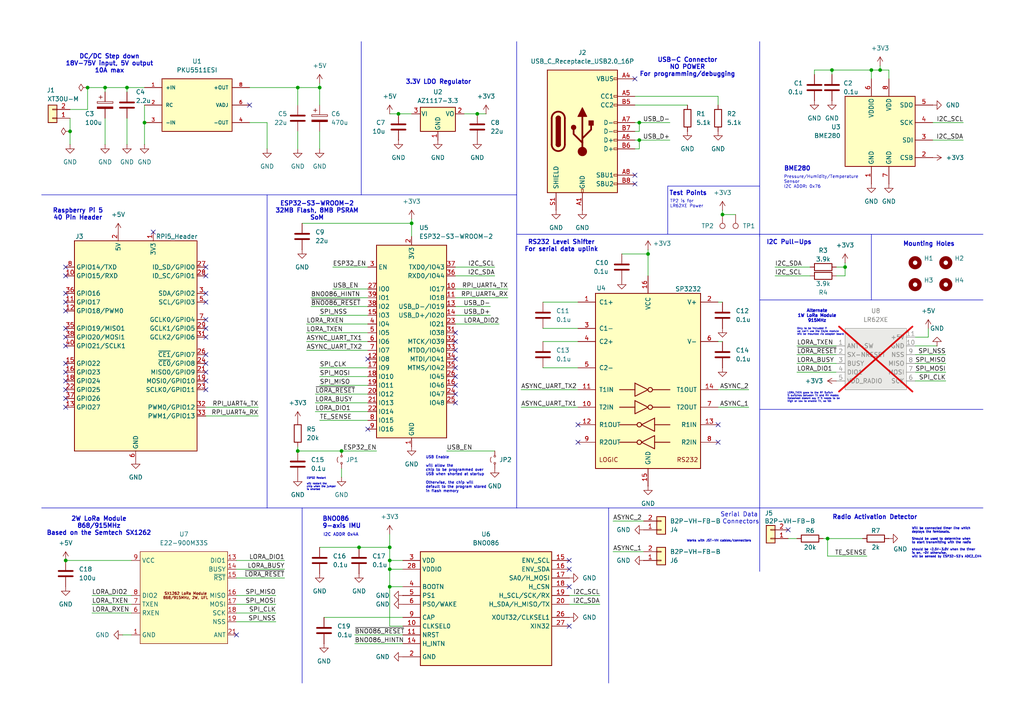
<source format=kicad_sch>
(kicad_sch (version 20231120) (generator "eeschema") (generator_version "8.0")
  (paper "A4")
  (title_block (date "2024-12-05") (rev "V2"))
  (junction (at 86.36 130.81))
  (junction (at 138.43 33.02))
  (junction (at 113.03 158.75))
  (junction (at 36.83 25.4))
  (junction (at 30.48 25.4))
  (junction (at 185.42 35.56))
  (junction (at 252.73 20.32))
  (junction (at 115.57 33.02))
  (junction (at 92.71 25.4))
  (junction (at 113.03 165.1))
  (junction (at 245.11 77.47))
  (junction (at 99.06 130.81))
  (junction (at 41.91 35.56))
  (junction (at 185.42 40.64))
  (junction (at 209.55 62.23))
  (junction (at 20.32 38.1))
  (junction (at 113.03 162.56))
  (junction (at 19.05 162.56))
  (junction (at 113.03 170.18))
  (junction (at 187.96 73.66))
  (junction (at 86.36 25.4))
  (junction (at 241.3 20.32))
  (junction (at 255.27 20.32))
  (junction (at 104.14 158.75))
  (junction (at 25.4 25.4))
  (junction (at 240.03 156.21))
  (junction (at 119.38 64.77))
  (no_connect (at 106.68 104.14))
  (no_connect (at 59.69 113.03))
  (no_connect (at 59.69 105.41))
  (no_connect (at 132.08 96.52))
  (no_connect (at 165.1 181.61))
  (no_connect (at 132.08 101.6))
  (no_connect (at 59.69 95.25))
  (no_connect (at 19.05 95.25))
  (no_connect (at 19.05 118.11))
  (no_connect (at 19.05 87.63))
  (no_connect (at 19.05 100.33))
  (no_connect (at 19.05 115.57))
  (no_connect (at 19.05 90.17))
  (no_connect (at 167.64 123.19))
  (no_connect (at 132.08 111.76))
  (no_connect (at 184.15 53.34))
  (no_connect (at 106.68 124.46))
  (no_connect (at 59.69 80.01))
  (no_connect (at 44.45 67.31))
  (no_connect (at 208.28 128.27))
  (no_connect (at 19.05 105.41))
  (no_connect (at 19.05 113.03))
  (no_connect (at 59.69 110.49))
  (no_connect (at 59.69 102.87))
  (no_connect (at 132.08 114.3))
  (no_connect (at 132.08 109.22))
  (no_connect (at 59.69 92.71))
  (no_connect (at 19.05 97.79))
  (no_connect (at 184.15 22.86))
  (no_connect (at 165.1 170.18))
  (no_connect (at 59.69 85.09))
  (no_connect (at 19.05 110.49))
  (no_connect (at 19.05 77.47))
  (no_connect (at 72.39 30.48))
  (no_connect (at 132.08 106.68))
  (no_connect (at 19.05 85.09))
  (no_connect (at 19.05 80.01))
  (no_connect (at 228.6 153.67))
  (no_connect (at 132.08 116.84))
  (no_connect (at 59.69 97.79))
  (no_connect (at 132.08 104.14))
  (no_connect (at 59.69 77.47))
  (no_connect (at 184.15 50.8))
  (no_connect (at 68.58 184.15))
  (no_connect (at 19.05 107.95))
  (no_connect (at 165.1 165.1))
  (no_connect (at 59.69 107.95))
  (no_connect (at 59.69 87.63))
  (no_connect (at 167.64 128.27))
  (no_connect (at 165.1 162.56))
  (no_connect (at 208.28 123.19))
  (no_connect (at 132.08 99.06))
  (wire (pts (xy 185.42 40.64) (xy 184.15 40.64)))
  (wire (pts (xy 245.11 80.01) (xy 242.57 80.01)))
  (wire (pts (xy 240.03 156.21) (xy 250.19 156.21)))
  (wire (pts (xy 92.71 121.92) (xy 106.68 121.92)))
  (wire (pts (xy 129.54 130.81) (xy 143.51 130.81)))
  (wire (pts (xy 90.17 86.36) (xy 106.68 86.36)))
  (polyline (pts (xy 149.86 147.32) (xy 149.86 56.515)))
  (wire (pts (xy 224.79 77.47) (xy 234.95 77.47)))
  (polyline (pts (xy 12.065 56.515) (xy 104.775 56.515)))
  (wire (pts (xy 88.9 93.98) (xy 106.68 93.98)))
  (wire (pts (xy 132.08 77.47) (xy 143.51 77.47)))
  (polyline (pts (xy 220.345 147.32) (xy 220.345 67.945)))
  (wire (pts (xy 113.03 181.61) (xy 113.03 170.18)))
  (wire (pts (xy 157.48 106.68) (xy 167.64 106.68)))
  (wire (pts (xy 165.1 172.72) (xy 173.99 172.72)))
  (wire (pts (xy 102.87 184.15) (xy 116.84 184.15)))
  (wire (pts (xy 86.36 38.1) (xy 86.36 43.18)))
  (wire (pts (xy 86.36 129.54) (xy 86.36 130.81)))
  (wire (pts (xy 92.71 111.76) (xy 106.68 111.76)))
  (wire (pts (xy 184.15 30.48) (xy 199.39 30.48)))
  (wire (pts (xy 104.14 158.75) (xy 113.03 158.75)))
  (wire (pts (xy 209.55 62.23) (xy 213.36 62.23)))
  (wire (pts (xy 25.4 31.75) (xy 25.4 25.4)))
  (wire (pts (xy 228.6 156.21) (xy 231.14 156.21)))
  (wire (pts (xy 240.03 161.29) (xy 251.46 161.29)))
  (polyline (pts (xy 220.345 68.58) (xy 220.345 67.945)))
  (polyline (pts (xy 149.86 67.945) (xy 220.345 67.945)))
  (wire (pts (xy 113.03 162.56) (xy 116.84 162.56)))
  (wire (pts (xy 187.96 73.66) (xy 187.96 80.01)))
  (polyline (pts (xy 220.345 67.945) (xy 285.115 67.945)))
  (wire (pts (xy 26.67 172.72) (xy 38.1 172.72)))
  (wire (pts (xy 30.48 34.29) (xy 30.48 41.91)))
  (polyline (pts (xy 77.47 147.32) (xy 149.86 147.32)))
  (wire (pts (xy 26.67 175.26) (xy 38.1 175.26)))
  (wire (pts (xy 242.57 77.47) (xy 245.11 77.47)))
  (wire (pts (xy 102.87 186.69) (xy 116.84 186.69)))
  (wire (pts (xy 68.58 172.72) (xy 80.01 172.72)))
  (wire (pts (xy 68.58 165.1) (xy 82.55 165.1)))
  (wire (pts (xy 187.96 72.39) (xy 187.96 73.66)))
  (wire (pts (xy 20.32 38.1) (xy 20.32 34.29)))
  (wire (pts (xy 132.08 83.82) (xy 147.32 83.82)))
  (wire (pts (xy 119.38 63.5) (xy 119.38 64.77)))
  (wire (pts (xy 86.36 25.4) (xy 86.36 30.48)))
  (wire (pts (xy 184.15 35.56) (xy 185.42 35.56)))
  (wire (pts (xy 113.03 170.18) (xy 116.84 170.18)))
  (wire (pts (xy 241.3 20.32) (xy 252.73 20.32)))
  (wire (pts (xy 68.58 162.56) (xy 82.55 162.56)))
  (wire (pts (xy 68.58 180.34) (xy 80.01 180.34)))
  (wire (pts (xy 59.69 120.65) (xy 74.93 120.65)))
  (wire (pts (xy 270.51 40.64) (xy 279.4 40.64)))
  (wire (pts (xy 180.34 73.66) (xy 187.96 73.66)))
  (wire (pts (xy 255.27 20.32) (xy 252.73 20.32)))
  (wire (pts (xy 87.63 64.77) (xy 119.38 64.77)))
  (polyline (pts (xy 220.345 147.32) (xy 285.115 147.32)))
  (wire (pts (xy 86.36 25.4) (xy 92.71 25.4)))
  (polyline (pts (xy 176.53 147.32) (xy 176.53 198.12)))
  (wire (pts (xy 208.28 99.06) (xy 209.55 99.06)))
  (wire (pts (xy 113.03 33.02) (xy 115.57 33.02)))
  (wire (pts (xy 165.1 175.26) (xy 173.99 175.26)))
  (wire (pts (xy 92.71 158.75) (xy 104.14 158.75)))
  (wire (pts (xy 236.22 20.32) (xy 241.3 20.32)))
  (polyline (pts (xy 149.86 147.32) (xy 220.345 147.32)))
  (wire (pts (xy 119.38 64.77) (xy 119.38 68.58)))
  (wire (pts (xy 19.05 162.56) (xy 38.1 162.56)))
  (wire (pts (xy 208.28 87.63) (xy 209.55 87.63)))
  (wire (pts (xy 20.32 41.91) (xy 20.32 38.1)))
  (wire (pts (xy 231.14 100.33) (xy 242.57 100.33)))
  (wire (pts (xy 93.98 179.07) (xy 116.84 179.07)))
  (wire (pts (xy 245.11 77.47) (xy 245.11 80.01)))
  (wire (pts (xy 59.69 118.11) (xy 74.93 118.11)))
  (wire (pts (xy 255.27 19.05) (xy 255.27 20.32)))
  (wire (pts (xy 231.14 105.41) (xy 242.57 105.41)))
  (polyline (pts (xy 193.675 53.975) (xy 193.675 67.945)))
  (polyline (pts (xy 77.47 56.515) (xy 77.47 147.32)))
  (wire (pts (xy 113.03 154.94) (xy 113.03 158.75)))
  (wire (pts (xy 185.42 38.1) (xy 185.42 35.56)))
  (wire (pts (xy 134.62 33.02) (xy 138.43 33.02)))
  (wire (pts (xy 25.4 25.4) (xy 30.48 25.4)))
  (wire (pts (xy 151.13 113.03) (xy 167.64 113.03)))
  (wire (pts (xy 77.47 35.56) (xy 77.47 43.18)))
  (wire (pts (xy 92.71 25.4) (xy 92.71 30.48)))
  (wire (pts (xy 115.57 33.02) (xy 119.38 33.02)))
  (wire (pts (xy 132.08 80.01) (xy 143.51 80.01)))
  (wire (pts (xy 20.32 31.75) (xy 25.4 31.75)))
  (wire (pts (xy 208.28 118.11) (xy 217.17 118.11)))
  (wire (pts (xy 88.9 96.52) (xy 106.68 96.52)))
  (wire (pts (xy 257.81 20.32) (xy 255.27 20.32)))
  (wire (pts (xy 185.42 40.64) (xy 194.31 40.64)))
  (polyline (pts (xy 104.775 56.515) (xy 149.86 56.515)))
  (polyline (pts (xy 220.345 86.995) (xy 285.115 86.995)))
  (wire (pts (xy 240.03 156.21) (xy 240.03 161.29)))
  (wire (pts (xy 238.76 156.21) (xy 240.03 156.21)))
  (wire (pts (xy 138.43 33.02) (xy 140.97 33.02)))
  (wire (pts (xy 132.08 91.44) (xy 142.24 91.44)))
  (wire (pts (xy 132.08 93.98) (xy 144.78 93.98)))
  (wire (pts (xy 68.58 167.64) (xy 82.55 167.64)))
  (wire (pts (xy 72.39 25.4) (xy 86.36 25.4)))
  (wire (pts (xy 36.83 25.4) (xy 36.83 26.67)))
  (polyline (pts (xy 220.345 67.945) (xy 220.345 12.065)))
  (polyline (pts (xy 149.86 56.515) (xy 149.86 12.065)))
  (polyline (pts (xy 77.47 147.32) (xy 12.065 147.32)))
  (wire (pts (xy 41.91 41.91) (xy 41.91 35.56)))
  (wire (pts (xy 236.22 21.59) (xy 236.22 20.32)))
  (wire (pts (xy 90.17 88.9) (xy 106.68 88.9)))
  (wire (pts (xy 36.83 25.4) (xy 41.91 25.4)))
  (wire (pts (xy 92.71 106.68) (xy 106.68 106.68)))
  (wire (pts (xy 113.03 170.18) (xy 113.03 165.1)))
  (wire (pts (xy 91.44 116.84) (xy 106.68 116.84)))
  (wire (pts (xy 72.39 35.56) (xy 77.47 35.56)))
  (wire (pts (xy 177.8 160.02) (xy 186.69 160.02)))
  (wire (pts (xy 209.55 60.96) (xy 209.55 62.23)))
  (wire (pts (xy 270.51 35.56) (xy 279.4 35.56)))
  (wire (pts (xy 252.73 20.32) (xy 252.73 22.86)))
  (wire (pts (xy 265.43 105.41) (xy 274.32 105.41)))
  (wire (pts (xy 86.36 130.81) (xy 99.06 130.81)))
  (wire (pts (xy 184.15 43.18) (xy 185.42 43.18)))
  (wire (pts (xy 184.15 38.1) (xy 185.42 38.1)))
  (wire (pts (xy 271.78 100.33) (xy 265.43 100.33)))
  (wire (pts (xy 265.43 110.49) (xy 274.32 110.49)))
  (wire (pts (xy 88.9 101.6) (xy 106.68 101.6)))
  (wire (pts (xy 157.48 95.25) (xy 167.64 95.25)))
  (wire (pts (xy 241.3 21.59) (xy 241.3 20.32)))
  (wire (pts (xy 68.58 177.8) (xy 80.01 177.8)))
  (wire (pts (xy 257.81 22.86) (xy 257.81 20.32)))
  (polyline (pts (xy 220.345 118.745) (xy 285.115 118.745)))
  (polyline (pts (xy 87.63 147.32) (xy 87.63 198.12)))
  (wire (pts (xy 245.11 76.2) (xy 245.11 77.47)))
  (wire (pts (xy 68.58 175.26) (xy 80.01 175.26)))
  (wire (pts (xy 96.52 83.82) (xy 106.68 83.82)))
  (polyline (pts (xy 252.73 67.945) (xy 252.73 86.995)))
  (wire (pts (xy 92.71 109.22) (xy 106.68 109.22)))
  (wire (pts (xy 224.79 80.01) (xy 234.95 80.01)))
  (wire (pts (xy 113.03 158.75) (xy 113.03 162.56)))
  (polyline (pts (xy 220.345 147.32) (xy 220.345 165.735)))
  (wire (pts (xy 41.91 30.48) (xy 41.91 35.56)))
  (wire (pts (xy 177.8 151.13) (xy 186.69 151.13)))
  (wire (pts (xy 92.71 24.13) (xy 92.71 25.4)))
  (wire (pts (xy 132.08 86.36) (xy 147.32 86.36)))
  (wire (pts (xy 96.52 77.47) (xy 106.68 77.47)))
  (wire (pts (xy 91.44 114.3) (xy 106.68 114.3)))
  (wire (pts (xy 116.84 181.61) (xy 113.03 181.61)))
  (wire (pts (xy 99.06 130.81) (xy 109.22 130.81)))
  (wire (pts (xy 113.03 165.1) (xy 116.84 165.1)))
  (wire (pts (xy 157.48 87.63) (xy 167.64 87.63)))
  (wire (pts (xy 231.14 107.95) (xy 242.57 107.95)))
  (wire (pts (xy 35.56 184.15) (xy 38.1 184.15)))
  (wire (pts (xy 185.42 35.56) (xy 194.31 35.56)))
  (wire (pts (xy 269.24 95.25) (xy 269.24 97.79)))
  (wire (pts (xy 113.03 165.1) (xy 113.03 162.56)))
  (wire (pts (xy 99.06 135.89) (xy 99.06 138.43)))
  (wire (pts (xy 265.43 107.95) (xy 274.32 107.95)))
  (wire (pts (xy 208.28 30.48) (xy 208.28 27.94)))
  (wire (pts (xy 30.48 25.4) (xy 36.83 25.4)))
  (wire (pts (xy 231.14 102.87) (xy 242.57 102.87)))
  (polyline (pts (xy 220.345 53.975) (xy 193.675 53.975)))
  (wire (pts (xy 92.71 43.18) (xy 92.71 38.1)))
  (wire (pts (xy 151.13 118.11) (xy 167.64 118.11)))
  (wire (pts (xy 132.08 88.9) (xy 142.24 88.9)))
  (wire (pts (xy 30.48 25.4) (xy 30.48 26.67)))
  (wire (pts (xy 208.28 113.03) (xy 217.17 113.03)))
  (polyline (pts (xy 104.775 56.515) (xy 104.775 12.065)))
  (wire (pts (xy 36.83 34.29) (xy 36.83 41.91)))
  (wire (pts (xy 265.43 102.87) (xy 274.32 102.87)))
  (wire (pts (xy 92.71 91.44) (xy 106.68 91.44)))
  (wire (pts (xy 185.42 43.18) (xy 185.42 40.64)))
  (wire (pts (xy 269.24 97.79) (xy 265.43 97.79)))
  (wire (pts (xy 88.9 99.06) (xy 106.68 99.06)))
  (wire (pts (xy 208.28 27.94) (xy 184.15 27.94)))
  (wire (pts (xy 91.44 119.38) (xy 106.68 119.38)))
  (wire (pts (xy 157.48 99.06) (xy 167.64 99.06)))
  (wire (pts (xy 26.67 177.8) (xy 38.1 177.8)))
  (text "2W LoRa Module\n868/915MHz\nBased on the Semtech SX1262" (at 28.702 152.654 0) (effects (font (size 1.27 1.27) (thickness 0.254) (bold yes))))
  (text "Pressure/Humidity/Temperature\nSensor\nI2C ADDR: 0x76" (at 227.33 52.832 0) (effects (font (size 0.889 0.889) (thickness 0.1111)) (justify left)))
  (text "RS232 Level Shifter\nFor serial data uplink" (at 162.814 71.374 0) (effects (font (size 1.27 1.27) (thickness 0.254) (bold yes))))
  (text "3.3V LDO Regulator" (at 117.602 23.876 0) (effects (font (size 1.27 1.27) (thickness 0.254) (bold yes)) (justify left)))
  (text "LORA_TXEN goes to the RF Switch\nit switches between TX and RX modes\nDatasheet doesnt say if it needs to be \nhigh or low to enable TX, so idk" (at 228.346 115.316 0) (effects (font (size 0.508 0.508) (thickness 0.1111)) (justify left)))
  (text "I2C Pull-Ups" (at 222.25 70.358 0) (effects (font (size 1.27 1.27) (thickness 0.254) (bold yes)) (justify left)))
  (text "ESP32 Restart\n\nwill restart the \nchip when the jumper \nis shorted" (at 88.9 140.462 0) (effects (font (size 0.508 0.508)) (justify left)))
  (text "Test Points" (at 194.056 56.134 0) (effects (font (size 1.27 1.27) (thickness 0.254) (bold yes)) (justify left)))
  (text "Radio Activation Detector" (at 253.746 150.114 0) (effects (font (size 1.27 1.27) (thickness 0.254) (bold yes))))
  (text "USB Enable\n\nwill allow the\nchip to be programmed over \nUSB when shorted at startup\n\nOtherwise, the chip will \ndefault to the program stored\nin flash memory" (at 123.444 137.668 0) (effects (font (size 0.762 0.762)) (justify left)))
  (text "Serial Data \nConnectors" (at 214.884 150.368 0) (effects (font (size 1.27 1.27))))
  (text "Only to be included if\nwe can't use the Ebyte module\nWill be mounted via adapter board" (at 231.14 96.266 0) (effects (font (size 0.508 0.508) (thickness 0.1111)) (justify left)))
  (text "TP2 is for\nLR62XE Power" (at 194.31 59.182 0) (effects (font (size 0.889 0.889) (thickness 0.1111)) (justify left)))
  (text "Mounting Holes" (at 261.874 70.866 0) (effects (font (size 1.27 1.27) (thickness 0.254) (bold yes)) (justify left)))
  (text "I2C ADDR 0x4A" (at 93.726 155.194 0) (effects (font (size 0.889 0.889)) (justify left)))
  (text "Raspberry Pi 5\n40 Pin Header" (at 22.606 62.23 0) (effects (font (size 1.27 1.27) (thickness 0.254) (bold yes))))
  (text "BME280" (at 227.33 49.022 0) (effects (font (size 1.27 1.27) (thickness 0.254) (bold yes)) (justify left)))
  (text "DC/DC Step down\n18V-75V input, 5V output\n10A max" (at 31.75 18.542 0) (effects (font (size 1.27 1.27) (thickness 0.254) (bold yes))))
  (text "BNO086\n9-axis IMU" (at 93.472 151.638 0) (effects (font (size 1.27 1.27) (thickness 0.254) (bold yes)) (justify left)))
  (text "Will be connected timer line which\ndeploys the femtosats.\n\nShould be used to determine when\nto start transmitting with the radio\n\nshould be ~2.5V-3.0V when the timer\nis on, ~0V otherwise. \nwill be sensed by ESP32-S3's ADC2_CH4" (at 264.414 157.48 0) (effects (font (size 0.635 0.635)) (justify left)))
  (text "ESP32-S3-WROOM-2\n32MB Flash, 8MB PSRAM\nSoM" (at 91.948 61.214 0) (effects (font (size 1.27 1.27) (thickness 0.254) (bold yes))))
  (text "Works with JST-VH cables/connectors\n" (at 208.534 156.972 0) (effects (font (size 0.635 0.635))))
  (text "Alternate\n1W LoRa Module\n915MHz" (at 236.982 91.694 0) (effects (font (size 0.889 0.889) (thickness 0.254) (bold yes))))
  (text "USB-C Connector\nNO POWER\nFor programming/debugging" (at 199.39 19.558 0) (effects (font (size 1.27 1.27) (thickness 0.254) (bold yes))))
  (label "~{LORA_RESET}" (at 82.55 167.64 180))
  (label "SPI_NSS" (at 80.01 180.34 180))
  (label "~{LORA_RESET}" (at 91.44 114.3 0))
  (label "ASYNC_2" (at 177.8 151.13 0))
  (label "LORA_BUSY" (at 82.55 165.1 180))
  (label "SPI_MISO" (at 274.32 105.41 180))
  (label "USB_D-" (at 194.31 35.56 180))
  (label "SPI_MISO" (at 80.01 172.72 180))
  (label "BNO086_HINTN" (at 90.17 86.36 0))
  (label "ESP32_EN" (at 109.22 130.81 180))
  (label "LORA_DIO1" (at 91.44 119.38 0))
  (label "LORA_DIO2" (at 144.78 93.98 180))
  (label "LORA_BUSY" (at 231.14 105.41 0))
  (label "ASYNC_1" (at 177.8 160.02 0))
  (label "RPI_UART4_RX" (at 147.32 86.36 180))
  (label "LORA_TXEN" (at 231.14 100.33 0))
  (label "~{LORA_RESET}" (at 231.14 102.87 0))
  (label "USB_D+" (at 142.24 91.44 180))
  (label "USB_EN" (at 96.52 83.82 0))
  (label "SPI_MOSI" (at 274.32 107.95 180))
  (label "LORA_RXEN" (at 26.67 177.8 0))
  (label "TE_SENSE" (at 92.71 121.92 0))
  (label "SPI_CLK" (at 92.71 106.68 0))
  (label "ASYNC_UART_TX2" (at 88.9 101.6 0))
  (label "LORA_DIO2" (at 26.67 172.72 0))
  (label "SPI_MOSI" (at 92.71 109.22 0))
  (label "SPI_MISO" (at 92.71 111.76 0))
  (label "I2C_SCL" (at 173.99 172.72 180))
  (label "I2C_SCL" (at 224.79 80.01 0))
  (label "ASYNC_UART_TX1" (at 88.9 99.06 0))
  (label "LORA_DIO1" (at 82.55 162.56 180))
  (label "I2C_SDA" (at 279.4 40.64 180))
  (label "ASYNC_1" (at 217.17 118.11 180))
  (label "I2C_SDA" (at 224.79 77.47 0))
  (label "LORA_TXEN" (at 88.9 96.52 0))
  (label "BNO086_HINTN" (at 102.87 186.69 0))
  (label "RPI_UART4_TX" (at 74.93 118.11 180))
  (label "LORA_TXEN" (at 26.67 175.26 0))
  (label "ASYNC_2" (at 217.17 113.03 180))
  (label "ASYNC_UART_TX2" (at 151.13 113.03 0))
  (label "TE_SENSE" (at 251.46 161.29 180))
  (label "USB_D-" (at 142.24 88.9 180))
  (label "LORA_RXEN" (at 88.9 93.98 0))
  (label "LORA_DIO1" (at 231.14 107.95 0))
  (label "ESP32_EN" (at 96.52 77.47 0))
  (label "I2C_SCL" (at 143.51 77.47 180))
  (label "LORA_BUSY" (at 91.44 116.84 0))
  (label "SPI_NSS" (at 274.32 102.87 180))
  (label "I2C_SDA" (at 143.51 80.01 180))
  (label "USB_EN" (at 129.54 130.81 0))
  (label "~{BNO086_RESET}" (at 102.87 184.15 0))
  (label "I2C_SDA" (at 173.99 175.26 180))
  (label "SPI_CLK" (at 80.01 177.8 180))
  (label "USB_D+" (at 194.31 40.64 180))
  (label "SPI_CLK" (at 274.32 110.49 180))
  (label "I2C_SCL" (at 279.4 35.56 180))
  (label "RPI_UART4_RX" (at 74.93 120.65 180))
  (label "RPI_UART4_TX" (at 147.32 83.82 180))
  (label "~{BNO086_RESET}" (at 90.17 88.9 0))
  (label "SPI_MOSI" (at 80.01 175.26 180))
  (label "ASYNC_UART_TX1" (at 151.13 118.11 0))
  (label "SPI_NSS" (at 92.71 91.44 0))
  (symbol (lib_id "Connector:Raspberry_Pi_2_3") (at 39.37 100.33 0) (unit 1)
    (property "Reference" "J3" (at 21.844 68.58 0) (effects (justify left)))
    (property "Value" "RPi5_Header" (at 45.212 68.58 0) (effects (justify left)))
    (property "Footprint" "Connector_PinSocket_2.54mm:PinSocket_2x20_P2.54mm_Vertical" (effects (hide yes)))
    (property "Datasheet" "https://www.raspberrypi.org/documentation/hardware/raspberrypi/schematics/rpi_SCH_3bplus_1p0_reduced.pdf" (effects (hide yes)))
    (property "Description" "expansion header for Raspberry Pi 2 & 3" (effects (hide yes)))
  )
  (symbol (lib_id "Mechanical:MountingHole") (at 265.43 82.55 0) (unit 1) (exclude_from_sim yes) (in_bom no)
    (property "Reference" "H3" (at 267.97 81.2799 0) (effects (justify left)))
    (property "Value" "MountingHole" (effects (hide yes)))
    (property "Footprint" "MountingHole:MountingHole_2.7mm_M2.5_Pad" (effects (hide yes)))
    (property "Description" "Mounting Hole without connection" (effects (hide yes)))
  )
  (symbol (lib_id "power:+3V3") (at 270.51 45.72 270) (unit 1)
    (property "Reference" "#PWR020" (effects (hide yes)))
    (property "Value" "+3V3" (at 274.32 45.7199 90) (effects (justify left)))
    (property "Description" "Power symbol creates a global label with name \"+3V3\"" (effects (hide yes)))
  )
  (symbol (lib_id "Connector_Generic:Conn_01x02") (at 15.24 34.29 180) (unit 1)
    (property "Reference" "J1" (at 14.732 26.162 0))
    (property "Value" "XT30U-M" (at 18.288 28.702 0))
    (property "Footprint" "Connector_AMASS:AMASS_XT30U-M_1x02_P5.0mm_Vertical" (effects (hide yes)))
    (property "Description" "Generic connector, single row, 01x02, script generated (kicad-library-utils/schlib/autogen/connector/)" (effects (hide yes)))
  )
  (symbol (lib_id "Device:C") (at 209.55 102.87 0) (unit 1)
    (property "Reference" "C14" (at 213.36 101.5999 0) (effects (justify left)))
    (property "Value" "0.1u" (at 213.36 104.1399 0) (effects (justify left)))
    (property "Footprint" "Capacitor_SMD:C_0603_1608Metric_Pad1.08x0.95mm_HandSolder" (effects (hide yes)))
    (property "Description" "Unpolarized capacitor" (effects (hide yes)))
  )
  (symbol (lib_id "power:GND") (at 87.63 72.39 0) (unit 1)
    (property "Reference" "#PWR027" (effects (hide yes)))
    (property "Value" "GND" (at 87.63 77.47 0))
    (property "Description" "Power symbol creates a global label with name \"GND\" , ground" (effects (hide yes)))
  )
  (symbol (lib_id "power:GND") (at 143.51 135.89 0) (unit 1)
    (property "Reference" "#PWR036" (effects (hide yes)))
    (property "Value" "GND" (at 143.51 140.97 0))
    (property "Description" "Power symbol creates a global label with name \"GND\" , ground" (effects (hide yes)))
  )
  (symbol (lib_id "Device:C") (at 157.48 102.87 0) (unit 1)
    (property "Reference" "C13" (at 161.29 101.5999 0) (effects (justify left)))
    (property "Value" "0.1u" (at 161.29 104.1399 0) (effects (justify left)))
    (property "Footprint" "Capacitor_SMD:C_0603_1608Metric_Pad1.08x0.95mm_HandSolder" (effects (hide yes)))
    (property "Description" "Unpolarized capacitor" (effects (hide yes)))
  )
  (symbol (lib_id "Device:C") (at 92.71 162.56 0) (unit 1)
    (property "Reference" "C16" (at 96.52 161.2899 0) (effects (justify left)))
    (property "Value" "0.1u" (at 96.52 163.8299 0) (effects (justify left)))
    (property "Footprint" "Capacitor_SMD:C_0603_1608Metric_Pad1.08x0.95mm_HandSolder" (effects (hide yes)))
    (property "Description" "Unpolarized capacitor" (effects (hide yes)))
  )
  (symbol (lib_id "power:GND") (at 127 40.64 0) (unit 1)
    (property "Reference" "#PWR011" (effects (hide yes)))
    (property "Value" "GND" (at 127 45.72 0))
    (property "Description" "Power symbol creates a global label with name \"GND\" , ground" (effects (hide yes)))
  )
  (symbol (lib_id "power:+3V3") (at 209.55 60.96 0) (unit 1)
    (property "Reference" "#PWR055" (effects (hide yes)))
    (property "Value" "+3V3" (at 209.55 55.88 0))
    (property "Description" "Power symbol creates a global label with name \"+3V3\"" (effects (hide yes)))
  )
  (symbol (lib_id "power:+3V3") (at 140.97 33.02 0) (unit 1)
    (property "Reference" "#PWR07" (effects (hide yes)))
    (property "Value" "+3V3" (at 140.97 27.94 0))
    (property "Description" "Power symbol creates a global label with name \"+3V3\"" (effects (hide yes)))
  )
  (symbol (lib_id "Connector:TestPoint") (at 213.36 62.23 180) (unit 1)
    (property "Reference" "TP1" (at 215.392 65.532 0) (effects (justify right)))
    (property "Value" "TestPoint" (effects (hide yes)))
    (property "Footprint" "Connector_PinHeader_2.54mm:PinHeader_1x01_P2.54mm_Vertical" (effects (hide yes)))
    (property "Description" "test point" (effects (hide yes)))
  )
  (symbol (lib_id "power:+3V3") (at 245.11 76.2 0) (unit 1)
    (property "Reference" "#PWR029" (effects (hide yes)))
    (property "Value" "+3V3" (at 245.11 71.12 0))
    (property "Description" "Power symbol creates a global label with name \"+3V3\"" (effects (hide yes)))
  )
  (symbol (lib_id "power:GND") (at 186.69 162.56 270) (unit 1)
    (property "Reference" "#PWR044" (effects (hide yes)))
    (property "Value" "GND" (at 182.88 162.5599 90) (effects (justify right)))
    (property "Description" "Power symbol creates a global label with name \"GND\" , ground" (effects (hide yes)))
  )
  (symbol (lib_id "power:GND") (at 86.36 43.18 0) (unit 1)
    (property "Reference" "#PWR018" (effects (hide yes)))
    (property "Value" "GND" (at 86.36 48.26 0))
    (property "Description" "Power symbol creates a global label with name \"GND\" , ground" (effects (hide yes)))
  )
  (symbol (lib_id "Device:C") (at 157.48 91.44 0) (unit 1)
    (property "Reference" "C11" (at 161.29 90.1699 0) (effects (justify left)))
    (property "Value" "0.1u" (at 161.29 92.7099 0) (effects (justify left)))
    (property "Footprint" "Capacitor_SMD:C_0603_1608Metric_Pad1.08x0.95mm_HandSolder" (effects (hide yes)))
    (property "Description" "Unpolarized capacitor" (effects (hide yes)))
  )
  (symbol (lib_id "Device:R") (at 254 156.21 270) (mirror x) (unit 1)
    (property "Reference" "R7" (at 254 153.924 90))
    (property "Value" "2k" (at 254 158.75 90))
    (property "Footprint" "Resistor_SMD:R_0603_1608Metric_Pad0.98x0.95mm_HandSolder" (effects (hide yes)))
    (property "Description" "Resistor" (effects (hide yes)))
  )
  (symbol (lib_id "power:GND") (at 209.55 95.25 0) (unit 1)
    (property "Reference" "#PWR031" (effects (hide yes)))
    (property "Value" "GND" (effects (hide yes)))
    (property "Description" "Power symbol creates a global label with name \"GND\" , ground" (effects (hide yes)))
  )
  (symbol (lib_id "Device:C") (at 36.83 30.48 0) (unit 1)
    (property "Reference" "C4" (at 39.37 26.67 0) (effects (justify left)))
    (property "Value" "2.2u" (at 39.37 29.21 0) (effects (justify left)))
    (property "Footprint" "Capacitor_SMD:C_1206_3216Metric_Pad1.33x1.80mm_HandSolder" (effects (hide yes)))
    (property "Description" "Unpolarized capacitor" (effects (hide yes)))
  )
  (symbol (lib_id "power:GND") (at 161.29 60.96 0) (unit 1)
    (property "Reference" "#PWR023" (effects (hide yes)))
    (property "Value" "GND" (at 161.29 66.04 0))
    (property "Description" "Power symbol creates a global label with name \"GND\" , ground" (effects (hide yes)))
  )
  (symbol (lib_id "power:GND") (at 36.83 41.91 0) (unit 1)
    (property "Reference" "#PWR015" (effects (hide yes)))
    (property "Value" "GND" (at 36.83 46.99 0))
    (property "Description" "Power symbol creates a global label with name \"GND\" , ground" (effects (hide yes)))
  )
  (symbol (lib_id "KRUPS-RocketStation:E22-900M33S") (at 53.34 173.99 0) (unit 1)
    (property "Reference" "U7" (at 53.34 154.94 0))
    (property "Value" "E22-900M33S" (at 53.34 157.48 0))
    (property "Footprint" "KRUPS-RocketStation:E22-XXXM33S" (effects (hide yes)))
  )
  (symbol (lib_id "power:GND") (at 116.84 172.72 270) (unit 1)
    (property "Reference" "#PWR049" (effects (hide yes)))
    (property "Value" "GND" (at 113.03 172.7199 90) (effects (justify right)))
    (property "Description" "Power symbol creates a global label with name \"GND\" , ground" (effects (hide yes)))
  )
  (symbol (lib_id "power:+3V3") (at 113.03 154.94 0) (unit 1)
    (property "Reference" "#PWR041" (effects (hide yes)))
    (property "Value" "+3V3" (at 113.03 149.86 0))
    (property "Description" "Power symbol creates a global label with name \"+3V3\"" (effects (hide yes)))
  )
  (symbol (lib_id "power:GND") (at 252.73 53.34 0) (unit 1)
    (property "Reference" "#PWR021" (effects (hide yes)))
    (property "Value" "GND" (at 252.73 58.42 0))
    (property "Description" "Power symbol creates a global label with name \"GND\" , ground" (effects (hide yes)))
  )
  (symbol (lib_id "Device:C") (at 104.14 162.56 0) (unit 1)
    (property "Reference" "C17" (at 107.95 161.2899 0) (effects (justify left)))
    (property "Value" "0.1u" (at 107.95 163.8299 0) (effects (justify left)))
    (property "Footprint" "Capacitor_SMD:C_0603_1608Metric_Pad1.08x0.95mm_HandSolder" (effects (hide yes)))
    (property "Description" "Unpolarized capacitor" (effects (hide yes)))
  )
  (symbol (lib_id "power:GND") (at 77.47 43.18 0) (unit 1)
    (property "Reference" "#PWR017" (effects (hide yes)))
    (property "Value" "GND" (at 77.47 48.26 0))
    (property "Description" "Power symbol creates a global label with name \"GND\" , ground" (effects (hide yes)))
  )
  (symbol (lib_id "power:GND") (at 39.37 133.35 0) (unit 1)
    (property "Reference" "#PWR035" (effects (hide yes)))
    (property "Value" "GND" (at 39.37 138.43 0))
    (property "Description" "Power symbol creates a global label with name \"GND\" , ground" (effects (hide yes)))
  )
  (symbol (lib_id "Connector:TestPoint") (at 209.55 62.23 180) (unit 1) (in_bom no)
    (property "Reference" "TP2" (at 205.232 65.532 0))
    (property "Value" "TestPoint" (effects (hide yes)))
    (property "Footprint" "TestPoint:TestPoint_Pad_2.0x2.0mm" (effects (hide yes)))
    (property "Description" "test point" (effects (hide yes)))
  )
  (symbol (lib_id "power:GND") (at 168.91 60.96 0) (unit 1)
    (property "Reference" "#PWR024" (effects (hide yes)))
    (property "Value" "GND" (at 168.91 66.04 0))
    (property "Description" "Power symbol creates a global label with name \"GND\" , ground" (effects (hide yes)))
  )
  (symbol (lib_id "power:+5V") (at 92.71 24.13 0) (unit 1)
    (property "Reference" "#PWR02" (effects (hide yes)))
    (property "Value" "+5V" (at 92.71 19.05 0))
    (property "Description" "Power symbol creates a global label with name \"+5V\"" (effects (hide yes)))
  )
  (symbol (lib_id "Device:C") (at 86.36 34.29 0) (mirror y) (unit 1)
    (property "Reference" "C5" (at 83.312 33.02 0) (effects (justify left)))
    (property "Value" "22u" (at 83.312 35.56 0) (effects (justify left)))
    (property "Footprint" "Capacitor_SMD:C_0805_2012Metric_Pad1.18x1.45mm_HandSolder" (effects (hide yes)))
    (property "Description" "Unpolarized capacitor" (effects (hide yes)))
  )
  (symbol (lib_id "power:GND") (at 138.43 40.64 0) (unit 1)
    (property "Reference" "#PWR012" (effects (hide yes)))
    (property "Value" "GND" (at 138.43 45.72 0))
    (property "Description" "Power symbol creates a global label with name \"GND\" , ground" (effects (hide yes)))
  )
  (symbol (lib_id "power:GND") (at 241.3 29.21 0) (unit 1)
    (property "Reference" "#PWR04" (effects (hide yes)))
    (property "Value" "GND" (at 241.3 34.29 0))
    (property "Description" "Power symbol creates a global label with name \"GND\" , ground" (effects (hide yes)))
  )
  (symbol (lib_name "MountingHole_1") (lib_id "Mechanical:MountingHole") (at 265.43 76.2 0) (unit 1) (exclude_from_sim yes) (in_bom no)
    (property "Reference" "H1" (at 267.97 74.9299 0) (effects (justify left)))
    (property "Value" "MountingHole" (effects (hide yes)))
    (property "Footprint" "MountingHole:MountingHole_2.7mm_M2.5" (effects (hide yes)))
    (property "Description" "Mounting Hole without connection" (effects (hide yes)))
  )
  (symbol (lib_id "power:GND") (at 165.1 167.64 90) (unit 1)
    (property "Reference" "#PWR047" (effects (hide yes)))
    (property "Value" "GND" (at 168.91 167.6399 90) (effects (justify right)))
    (property "Description" "Power symbol creates a global label with name \"GND\" , ground" (effects (hide yes)))
  )
  (symbol (lib_id "power:+5V") (at 34.29 67.31 0) (unit 1)
    (property "Reference" "#PWR026" (effects (hide yes)))
    (property "Value" "+5V" (at 34.29 62.23 0))
    (property "Description" "Power symbol creates a global label with name \"+5V\"" (effects (hide yes)))
  )
  (symbol (lib_id "power:GND") (at 208.28 38.1 0) (unit 1)
    (property "Reference" "#PWR09" (effects (hide yes)))
    (property "Value" "GND" (at 208.28 43.18 0))
    (property "Description" "Power symbol creates a global label with name \"GND\" , ground" (effects (hide yes)))
  )
  (symbol (lib_id "power:GND") (at 180.34 81.28 0) (unit 1)
    (property "Reference" "#PWR030" (effects (hide yes)))
    (property "Value" "GND" (effects (hide yes)))
    (property "Description" "Power symbol creates a global label with name \"GND\" , ground" (effects (hide yes)))
  )
  (symbol (lib_id "power:GND") (at 86.36 138.43 0) (unit 1)
    (property "Reference" "#PWR037" (effects (hide yes)))
    (property "Value" "GND" (at 86.36 143.51 0))
    (property "Description" "Power symbol creates a global label with name \"GND\" , ground" (effects (hide yes)))
  )
  (symbol (lib_id "power:+5V") (at 19.05 162.56 0) (unit 1)
    (property "Reference" "#PWR043" (effects (hide yes)))
    (property "Value" "+5V" (at 19.05 157.48 0))
    (property "Description" "Power symbol creates a global label with name \"+5V\"" (effects (hide yes)))
  )
  (symbol (lib_id "power:GND") (at 119.38 129.54 0) (unit 1)
    (property "Reference" "#PWR034" (effects (hide yes)))
    (property "Value" "GND" (at 119.38 134.62 0))
    (property "Description" "Power symbol creates a global label with name \"GND\" , ground" (effects (hide yes)))
  )
  (symbol (lib_id "Device:R") (at 238.76 80.01 90) (mirror x) (unit 1)
    (property "Reference" "R4" (at 238.76 84.836 90))
    (property "Value" "3.9k" (at 238.76 82.296 90))
    (property "Footprint" "Resistor_SMD:R_0603_1608Metric_Pad0.98x0.95mm_HandSolder" (effects (hide yes)))
    (property "Description" "Resistor" (effects (hide yes)))
  )
  (symbol (lib_id "power:GND") (at 257.81 156.21 90) (unit 1)
    (property "Reference" "#PWR042" (effects (hide yes)))
    (property "Value" "GND" (at 259.08 159.258 90) (effects (justify right)))
    (property "Description" "Power symbol creates a global label with name \"GND\" , ground" (effects (hide yes)))
  )
  (symbol (lib_id "Connector:USB_C_Receptacle_USB2.0_16P") (at 168.91 38.1 0) (unit 1)
    (property "Reference" "J2" (at 168.91 15.24 0))
    (property "Value" "USB_C_Receptacle_USB2.0_16P" (at 168.91 17.78 0))
    (property "Footprint" "Connector_USB:USB_C_Receptacle_GCT_USB4110" (effects (hide yes)))
    (property "Datasheet" "https://www.usb.org/sites/default/files/documents/usb_type-c.zip" (effects (hide yes)))
    (property "Description" "USB 2.0-only 16P Type-C Receptacle connector" (effects (hide yes)))
  )
  (symbol (lib_id "power:GND") (at 93.98 186.69 0) (unit 1)
    (property "Reference" "#PWR053" (effects (hide yes)))
    (property "Value" "GND" (at 93.98 191.77 0))
    (property "Description" "Power symbol creates a global label with name \"GND\" , ground" (effects (hide yes)))
  )
  (symbol (lib_id "Device:C") (at 115.57 36.83 0) (mirror y) (unit 1)
    (property "Reference" "C7" (at 111.76 35.5599 0) (effects (justify left)))
    (property "Value" "10u" (at 111.76 38.0999 0) (effects (justify left)))
    (property "Footprint" "Capacitor_SMD:C_0805_2012Metric_Pad1.18x1.45mm_HandSolder" (effects (hide yes)))
    (property "Description" "Unpolarized capacitor" (effects (hide yes)))
  )
  (symbol (lib_id "Device:C") (at 86.36 134.62 0) (unit 1)
    (property "Reference" "C15" (at 90.17 133.3499 0) (effects (justify left)))
    (property "Value" "0.1u" (at 90.17 135.8899 0) (effects (justify left)))
    (property "Footprint" "Capacitor_SMD:C_0603_1608Metric_Pad1.08x0.95mm_HandSolder" (effects (hide yes)))
    (property "Description" "Unpolarized capacitor" (effects (hide yes)))
  )
  (symbol (lib_id "Jumper:Jumper_2_Small_Open") (at 99.06 133.35 90) (unit 1) (exclude_from_sim yes) (in_bom no)
    (property "Reference" "JP1" (at 100.33 133.35 90) (effects (justify right)))
    (property "Value" "Jumper_2_Small_Open" (effects (hide yes)))
    (property "Footprint" "TestPoint:TestPoint_2Pads_Pitch2.54mm_Drill0.8mm" (effects (hide yes)))
    (property "Description" "Jumper, 2-pole, small symbol, open" (effects (hide yes)))
  )
  (symbol (lib_id "power:GND") (at 115.57 40.64 0) (unit 1)
    (property "Reference" "#PWR010" (effects (hide yes)))
    (property "Value" "GND" (at 115.57 45.72 0))
    (property "Description" "Power symbol creates a global label with name \"GND\" , ground" (effects (hide yes)))
  )
  (symbol (lib_id "power:GND") (at 35.56 184.15 270) (unit 1)
    (property "Reference" "#PWR052" (effects (hide yes)))
    (property "Value" "GND" (at 31.75 184.1499 90) (effects (justify right)))
    (property "Description" "Power symbol creates a global label with name \"GND\" , ground" (effects (hide yes)))
  )
  (symbol (lib_id "power:GND") (at 257.81 53.34 0) (unit 1)
    (property "Reference" "#PWR022" (effects (hide yes)))
    (property "Value" "GND" (at 257.81 58.42 0))
    (property "Description" "Power symbol creates a global label with name \"GND\" , ground" (effects (hide yes)))
  )
  (symbol (lib_id "Device:R") (at 86.36 125.73 0) (unit 1)
    (property "Reference" "R5" (at 88.9 124.4599 0) (effects (justify left)))
    (property "Value" "20k" (at 88.9 126.9999 0) (effects (justify left)))
    (property "Footprint" "Resistor_SMD:R_0603_1608Metric_Pad0.98x0.95mm_HandSolder" (effects (hide yes)))
    (property "Description" "Resistor" (effects (hide yes)))
  )
  (symbol (lib_id "power:GND") (at 116.84 175.26 270) (unit 1)
    (property "Reference" "#PWR050" (effects (hide yes)))
    (property "Value" "GND" (at 113.03 175.2599 90) (effects (justify right)))
    (property "Description" "Power symbol creates a global label with name \"GND\" , ground" (effects (hide yes)))
  )
  (symbol (lib_id "power:+5V") (at 113.03 33.02 0) (unit 1)
    (property "Reference" "#PWR06" (effects (hide yes)))
    (property "Value" "+5V" (at 113.03 27.94 0))
    (property "Description" "Power symbol creates a global label with name \"+5V\"" (effects (hide yes)))
  )
  (symbol (lib_id "power:GND") (at 236.22 29.21 0) (unit 1)
    (property "Reference" "#PWR03" (effects (hide yes)))
    (property "Value" "GND" (at 236.22 34.29 0))
    (property "Description" "Power symbol creates a global label with name \"GND\" , ground" (effects (hide yes)))
  )
  (symbol (lib_id "power:+3V3") (at 119.38 63.5 0) (unit 1)
    (property "Reference" "#PWR025" (effects (hide yes)))
    (property "Value" "+3V3" (at 119.38 58.42 0))
    (property "Description" "Power symbol creates a global label with name \"+3V3\"" (effects (hide yes)))
  )
  (symbol (lib_id "power:+3V3") (at 187.96 72.39 0) (unit 1)
    (property "Reference" "#PWR028" (effects (hide yes)))
    (property "Value" "+3V3" (at 192.024 70.612 0))
    (property "Description" "Power symbol creates a global label with name \"+3V3\"" (effects (hide yes)))
  )
  (symbol (lib_id "KRUPS-RocketStation:BNO086") (at 116.84 162.56 0) (unit 1)
    (property "Reference" "U6" (at 140.97 154.94 0))
    (property "Value" "BNO086" (at 140.97 157.48 0))
    (property "Footprint" "Package_LGA:LGA-28_5.2x3.8mm_P0.5mm" (effects (hide yes)))
    (property "Datasheet" "https://www.mouser.com/ProductDetail/CEVA/BNO086?qs=ulEaXIWI0c%2FqTo1scjodAw%3D%3D" (effects (hide yes)))
    (property "Description" "Accelerometer, Gyroscope, Magnetometer, Temperature, 9 Axis Sensor IC, SPI Output" (effects (hide yes)))
    (property "Height" "1.18" (effects (hide yes)))
    (property "Manufacturer_Name" "CEVA" (effects (hide yes)))
    (property "Manufacturer_Part_Number" "BNO086" (effects (hide yes)))
    (property "Mouser Part Number" "526-BNO086" (effects (hide yes)))
    (property "Mouser Price/Stock" "https://www.mouser.co.uk/ProductDetail/CEVA/BNO086?qs=ulEaXIWI0c%2FqTo1scjodAw%3D%3D" (effects (hide yes)))
  )
  (symbol (lib_id "Device:C_Polarized") (at 92.71 34.29 0) (unit 1)
    (property "Reference" "C6" (at 96.012 33.02 0) (effects (justify left)))
    (property "Value" "470u" (at 96.012 35.56 0) (effects (justify left)))
    (property "Footprint" "KRUPS-RocketStation:A768MS_Anti_Vibration" (effects (hide yes)))
    (property "Description" "Polarized capacitor" (effects (hide yes)))
  )
  (symbol (lib_id "power:GND") (at 209.55 106.68 0) (unit 1)
    (property "Reference" "#PWR032" (effects (hide yes)))
    (property "Value" "GND" (effects (hide yes)))
    (property "Description" "Power symbol creates a global label with name \"GND\" , ground" (effects (hide yes)))
  )
  (symbol (lib_id "power:GND") (at 186.69 153.67 270) (unit 1)
    (property "Reference" "#PWR040" (effects (hide yes)))
    (property "Value" "GND" (at 182.88 153.6699 90) (effects (justify right)))
    (property "Description" "Power symbol creates a global label with name \"GND\" , ground" (effects (hide yes)))
  )
  (symbol (lib_id "power:GND") (at 187.96 140.97 0) (unit 1)
    (property "Reference" "#PWR039" (effects (hide yes)))
    (property "Value" "GND" (at 187.96 146.05 0))
    (property "Description" "Power symbol creates a global label with name \"GND\" , ground" (effects (hide yes)))
  )
  (symbol (lib_id "Regulator_Linear:AZ1117-3.3") (at 127 33.02 0) (unit 1)
    (property "Reference" "U2" (at 127 26.67 0))
    (property "Value" "AZ1117-3.3" (at 127 29.21 0))
    (property "Footprint" "Package_TO_SOT_SMD:SOT-89-3_Handsoldering" (effects (hide yes)))
    (property "Datasheet" "https://www.diodes.com/assets/Datasheets/AZ1117.pdf" (effects (hide yes)))
    (property "Description" "1A 20V Fixed LDO Linear Regulator, 3.3V, SOT-89/SOT-223/TO-220/TO-252/TO-263" (effects (hide yes)))
  )
  (symbol (lib_id "power:+3V3") (at 242.57 110.49 90) (unit 1)
    (property "Reference" "#PWR058" (effects (hide yes)))
    (property "Value" "+3V3" (at 238.76 110.4899 90) (effects (justify left)))
    (property "Description" "Power symbol creates a global label with name \"+3V3\"" (effects (hide yes)))
  )
  (symbol (lib_id "Device:R") (at 238.76 77.47 90) (unit 1)
    (property "Reference" "R3" (at 238.76 72.644 90))
    (property "Value" "3.9k" (at 238.76 75.184 90))
    (property "Footprint" "Resistor_SMD:R_0603_1608Metric_Pad0.98x0.95mm_HandSolder" (effects (hide yes)))
    (property "Description" "Resistor" (effects (hide yes)))
  )
  (symbol (lib_id "Device:R") (at 234.95 156.21 270) (mirror x) (unit 1)
    (property "Reference" "R6" (at 234.95 153.924 90))
    (property "Value" "20k" (at 234.95 158.75 90))
    (property "Footprint" "Resistor_SMD:R_0603_1608Metric_Pad0.98x0.95mm_HandSolder" (effects (hide yes)))
    (property "Description" "Resistor" (effects (hide yes)))
  )
  (symbol (lib_id "power:GND") (at 270.51 30.48 90) (unit 1)
    (property "Reference" "#PWR05" (effects (hide yes)))
    (property "Value" "GND" (at 274.32 30.4799 90) (effects (justify right)))
    (property "Description" "Power symbol creates a global label with name \"GND\" , ground" (effects (hide yes)))
  )
  (symbol (lib_id "power:GND") (at 19.05 170.18 0) (unit 1)
    (property "Reference" "#PWR048" (effects (hide yes)))
    (property "Value" "GND" (at 19.05 175.26 0))
    (property "Description" "Power symbol creates a global label with name \"GND\" , ground" (effects (hide yes)))
  )
  (symbol (lib_id "power:+3V3") (at 86.36 121.92 0) (unit 1)
    (property "Reference" "#PWR033" (effects (hide yes)))
    (property "Value" "+3V3" (at 86.36 116.84 0))
    (property "Description" "Power symbol creates a global label with name \"+3V3\"" (effects (hide yes)))
  )
  (symbol (lib_id "Device:C") (at 87.63 68.58 0) (unit 1)
    (property "Reference" "C9" (at 91.44 67.3099 0) (effects (justify left)))
    (property "Value" "22u" (at 91.44 69.8499 0) (effects (justify left)))
    (property "Footprint" "Capacitor_SMD:C_0805_2012Metric_Pad1.18x1.45mm_HandSolder" (effects (hide yes)))
    (property "Description" "Unpolarized capacitor" (effects (hide yes)))
  )
  (symbol (lib_id "KRUPS-RocketStation:SP3232") (at 187.96 110.49 0) (unit 1)
    (property "Reference" "U4" (at 172.974 83.566 0) (effects (justify left)))
    (property "Value" "SP3232" (at 195.834 83.82 0) (effects (justify left)))
    (property "Footprint" "Package_SO:TSSOP-16_4.4x5mm_P0.65mm" (effects (hide yes)))
  )
  (symbol (lib_id "power:GND") (at 271.78 100.33 180) (unit 1)
    (property "Reference" "#PWR057" (effects (hide yes)))
    (property "Value" "GND" (at 271.78 95.25 0))
    (property "Description" "Power symbol creates a global label with name \"GND\" , ground" (effects (hide yes)))
  )
  (symbol (lib_id "power:+5V") (at 269.24 95.25 0) (unit 1)
    (property "Reference" "#PWR056" (effects (hide yes)))
    (property "Value" "+5V" (at 269.24 90.17 0))
    (property "Description" "Power symbol creates a global label with name \"+5V\"" (effects (hide yes)))
  )
  (symbol (lib_id "power:+3V3") (at 255.27 19.05 0) (unit 1)
    (property "Reference" "#PWR01" (effects (hide yes)))
    (property "Value" "+3V3" (at 255.27 13.97 0))
    (property "Description" "Power symbol creates a global label with name \"+3V3\"" (effects (hide yes)))
  )
  (symbol (lib_id "KRUPS-RocketStation:PKU5511ESI") (at 57.15 30.48 0) (unit 1)
    (property "Reference" "U1" (at 57.15 17.78 0))
    (property "Value" "PKU5511ESI" (at 57.15 20.32 0))
    (property "Footprint" "KRUPS-RocketStation:CONV_PKU5511ESI" (effects (hide yes)))
  )
  (symbol (lib_name "MountingHole_2") (lib_id "Mechanical:MountingHole") (at 274.32 76.2 0) (unit 1) (exclude_from_sim yes) (in_bom no)
    (property "Reference" "H2" (at 276.86 74.9299 0) (effects (justify left)))
    (property "Value" "MountingHole" (effects (hide yes)))
    (property "Footprint" "MountingHole:MountingHole_2.7mm_M2.5_Pad" (effects (hide yes)))
    (property "Description" "Mounting Hole without connection" (effects (hide yes)))
  )
  (symbol (lib_id "Connector_Generic:Conn_01x02") (at 191.77 162.56 0) (mirror x) (unit 1)
    (property "Reference" "J6" (at 194.31 162.5601 0) (effects (justify left)))
    (property "Value" "B2P-VH-FB-B" (at 194.31 160.0201 0) (effects (justify left)))
    (property "Footprint" "KRUPS-RocketStation:JST_VH_B2P-VH-FB-B_1x02_P3.96mm_Vertical" (effects (hide yes)))
    (property "Description" "Generic connector, single row, 01x02, script generated (kicad-library-utils/schlib/autogen/connector/)" (effects (hide yes)))
  )
  (symbol (lib_id "power:GND") (at 92.71 43.18 0) (unit 1)
    (property "Reference" "#PWR019" (effects (hide yes)))
    (property "Value" "GND" (at 92.71 48.26 0))
    (property "Description" "Power symbol creates a global label with name \"GND\" , ground" (effects (hide yes)))
  )
  (symbol (lib_id "Jumper:Jumper_2_Small_Open") (at 143.51 133.35 90) (unit 1) (exclude_from_sim yes) (in_bom no)
    (property "Reference" "JP2" (at 144.78 133.35 90) (effects (justify right)))
    (property "Value" "Jumper_2_Small_Open" (effects (hide yes)))
    (property "Footprint" "TestPoint:TestPoint_2Pads_Pitch2.54mm_Drill0.8mm" (effects (hide yes)))
    (property "Description" "Jumper, 2-pole, small symbol, open" (effects (hide yes)))
  )
  (symbol (lib_id "Device:C") (at 209.55 91.44 0) (unit 1)
    (property "Reference" "C12" (at 213.36 90.1699 0) (effects (justify left)))
    (property "Value" "0.1u" (at 213.36 92.7099 0) (effects (justify left)))
    (property "Footprint" "Capacitor_SMD:C_0603_1608Metric_Pad1.08x0.95mm_HandSolder" (effects (hide yes)))
    (property "Description" "Unpolarized capacitor" (effects (hide yes)))
  )
  (symbol (lib_id "Device:C_Polarized") (at 30.48 30.48 0) (unit 1)
    (property "Reference" "C3" (at 24.638 33.02 0) (effects (justify left)))
    (property "Value" "100u" (at 24.638 35.56 0) (effects (justify left)))
    (property "Footprint" "KRUPS-RocketStation:A768MS_Anti_Vibration" (effects (hide yes)))
    (property "Description" "Polarized capacitor" (effects (hide yes)))
  )
  (symbol (lib_id "KRUPS-FemtoSat:LR62XE") (at 254 104.14 0) (unit 1) (on_board no) (dnp yes)
    (property "Reference" "U8" (at 254 90.17 0))
    (property "Value" "LR62XE" (at 254 92.71 0))
    (property "Footprint" "KRUPS-FemtoSat:LR62XE" (effects (hide yes)))
  )
  (symbol (lib_id "Device:C") (at 180.34 77.47 0) (mirror y) (unit 1)
    (property "Reference" "C10" (at 176.53 76.1999 0) (effects (justify left)))
    (property "Value" "0.1u" (at 176.53 78.7399 0) (effects (justify left)))
    (property "Footprint" "Capacitor_SMD:C_0603_1608Metric_Pad1.08x0.95mm_HandSolder" (effects (hide yes)))
    (property "Description" "Unpolarized capacitor" (effects (hide yes)))
  )
  (symbol (lib_id "power:GND") (at 20.32 41.91 0) (unit 1)
    (property "Reference" "#PWR013" (effects (hide yes)))
    (property "Value" "GND" (at 20.32 46.99 0))
    (property "Description" "Power symbol creates a global label with name \"GND\" , ground" (effects (hide yes)))
  )
  (symbol (lib_id "Sensor:BME280") (at 255.27 38.1 0) (unit 1)
    (property "Reference" "U3" (at 243.84 36.8299 0) (effects (justify right)))
    (property "Value" "BME280" (at 243.84 39.3699 0) (effects (justify right)))
    (property "Footprint" "Package_LGA:Bosch_LGA-8_2.5x2.5mm_P0.65mm_ClockwisePinNumbering" (effects (hide yes)))
    (property "Datasheet" "https://www.bosch-sensortec.com/media/boschsensortec/downloads/datasheets/bst-bme280-ds002.pdf" (effects (hide yes)))
    (property "Description" "3-in-1 sensor, humidity, pressure, temperature, I2C and SPI interface, 1.71-3.6V, LGA-8" (effects (hide yes)))
  )
  (symbol (lib_id "power:GND") (at 165.1 179.07 90) (unit 1)
    (property "Reference" "#PWR051" (effects (hide yes)))
    (property "Value" "GND" (at 168.91 179.0699 90) (effects (justify right)))
    (property "Description" "Power symbol creates a global label with name \"GND\" , ground" (effects (hide yes)))
  )
  (symbol (lib_id "power:GND") (at 41.91 41.91 0) (unit 1)
    (property "Reference" "#PWR016" (effects (hide yes)))
    (property "Value" "GND" (at 41.91 46.99 0))
    (property "Description" "Power symbol creates a global label with name \"GND\" , ground" (effects (hide yes)))
  )
  (symbol (lib_id "power:GND") (at 199.39 38.1 0) (unit 1)
    (property "Reference" "#PWR08" (effects (hide yes)))
    (property "Value" "GND" (at 199.39 43.18 0))
    (property "Description" "Power symbol creates a global label with name \"GND\" , ground" (effects (hide yes)))
  )
  (symbol (lib_id "Device:C") (at 241.3 25.4 0) (unit 1)
    (property "Reference" "C2" (at 244.602 24.13 0) (effects (justify left)))
    (property "Value" "0.1u" (at 244.602 26.67 0) (effects (justify left)))
    (property "Footprint" "Capacitor_SMD:C_0603_1608Metric_Pad1.08x0.95mm_HandSolder" (effects (hide yes)))
    (property "Description" "Unpolarized capacitor" (effects (hide yes)))
  )
  (symbol (lib_id "power:PWR_FLAG") (at 25.4 25.4 90) (unit 1)
    (property "Reference" "#FLG01" (effects (hide yes)))
    (property "Value" "PWR_FLAG" (effects (hide yes)))
    (property "Description" "Special symbol for telling ERC where power comes from" (effects (hide yes)))
  )
  (symbol (lib_id "Connector_Generic:Conn_01x02") (at 223.52 156.21 180) (unit 1)
    (property "Reference" "J5" (at 223.012 148.844 0))
    (property "Value" "B2P-VH-FB-B" (at 229.108 151.13 0))
    (property "Footprint" "KRUPS-RocketStation:JST_VH_B2P-VH-FB-B_1x02_P3.96mm_Vertical" (effects (hide yes)))
    (property "Description" "Generic connector, single row, 01x02, script generated (kicad-library-utils/schlib/autogen/connector/)" (effects (hide yes)))
  )
  (symbol (lib_id "Connector_Generic:Conn_01x02") (at 191.77 153.67 0) (mirror x) (unit 1)
    (property "Reference" "J4" (at 194.31 153.6701 0) (effects (justify left)))
    (property "Value" "B2P-VH-FB-B" (at 194.31 151.1301 0) (effects (justify left)))
    (property "Footprint" "KRUPS-RocketStation:JST_VH_B2P-VH-FB-B_1x02_P3.96mm_Vertical" (effects (hide yes)))
    (property "Description" "Generic connector, single row, 01x02, script generated (kicad-library-utils/schlib/autogen/connector/)" (effects (hide yes)))
  )
  (symbol (lib_id "Device:C") (at 138.43 36.83 0) (unit 1)
    (property "Reference" "C8" (at 142.24 35.5599 0) (effects (justify left)))
    (property "Value" "22u" (at 142.24 38.0999 0) (effects (justify left)))
    (property "Footprint" "Capacitor_SMD:C_0805_2012Metric_Pad1.18x1.45mm_HandSolder" (effects (hide yes)))
    (property "Description" "Unpolarized capacitor" (effects (hide yes)))
  )
  (symbol (lib_id "power:GND") (at 92.71 166.37 0) (unit 1)
    (property "Reference" "#PWR045" (effects (hide yes)))
    (property "Value" "GND" (at 92.71 171.45 0))
    (property "Description" "Power symbol creates a global label with name \"GND\" , ground" (effects (hide yes)))
  )
  (symbol (lib_id "Device:R") (at 199.39 34.29 0) (unit 1)
    (property "Reference" "R1" (at 201.93 33.0199 0) (effects (justify left)))
    (property "Value" "5.1k" (at 201.93 35.5599 0) (effects (justify left)))
    (property "Footprint" "Resistor_SMD:R_0603_1608Metric_Pad0.98x0.95mm_HandSolder" (effects (hide yes)))
    (property "Description" "Resistor" (effects (hide yes)))
  )
  (symbol (lib_id "power:GND") (at 99.06 138.43 0) (unit 1)
    (property "Reference" "#PWR038" (effects (hide yes)))
    (property "Value" "GND" (at 99.06 143.51 0))
    (property "Description" "Power symbol creates a global label with name \"GND\" , ground" (effects (hide yes)))
  )
  (symbol (lib_id "power:GND") (at 30.48 41.91 0) (unit 1)
    (property "Reference" "#PWR014" (effects (hide yes)))
    (property "Value" "GND" (at 30.48 46.99 0))
    (property "Description" "Power symbol creates a global label with name \"GND\" , ground" (effects (hide yes)))
  )
  (symbol (lib_name "MountingHole_3") (lib_id "Mechanical:MountingHole") (at 274.32 82.55 0) (unit 1) (exclude_from_sim yes) (in_bom no)
    (property "Reference" "H4" (at 276.86 81.2799 0) (effects (justify left)))
    (property "Value" "MountingHole" (effects (hide yes)))
    (property "Footprint" "MountingHole:MountingHole_2.7mm_M2.5_Pad" (effects (hide yes)))
    (property "Description" "Mounting Hole without connection" (effects (hide yes)))
  )
  (symbol (lib_id "power:PWR_FLAG") (at 20.32 38.1 90) (unit 1)
    (property "Reference" "#FLG02" (effects (hide yes)))
    (property "Value" "PWR_FLAG" (effects (hide yes)))
    (property "Description" "Special symbol for telling ERC where power comes from" (effects (hide yes)))
  )
  (symbol (lib_id "Device:R") (at 208.28 34.29 0) (unit 1)
    (property "Reference" "R2" (at 210.82 33.0199 0) (effects (justify left)))
    (property "Value" "5.1k" (at 210.82 35.5599 0) (effects (justify left)))
    (property "Footprint" "Resistor_SMD:R_0603_1608Metric_Pad0.98x0.95mm_HandSolder" (effects (hide yes)))
    (property "Description" "Resistor" (effects (hide yes)))
  )
  (symbol (lib_id "Device:C") (at 19.05 166.37 0) (unit 1)
    (property "Reference" "C18" (at 22.86 165.0999 0) (effects (justify left)))
    (property "Value" "100u" (at 22.86 167.6399 0) (effects (justify left)))
    (property "Footprint" "Capacitor_SMD:C_1206_3216Metric_Pad1.33x1.80mm_HandSolder" (effects (hide yes)))
    (property "Description" "Unpolarized capacitor" (effects (hide yes)))
  )
  (symbol (lib_id "power:GND") (at 104.14 166.37 0) (unit 1)
    (property "Reference" "#PWR046" (effects (hide yes)))
    (property "Value" "GND" (at 104.14 171.45 0))
    (property "Description" "Power symbol creates a global label with name \"GND\" , ground" (effects (hide yes)))
  )
  (symbol (lib_id "power:GND") (at 116.84 190.5 270) (unit 1)
    (property "Reference" "#PWR054" (effects (hide yes)))
    (property "Value" "GND" (at 113.03 190.4999 90) (effects (justify right)))
    (property "Description" "Power symbol creates a global label with name \"GND\" , ground" (effects (hide yes)))
  )
  (symbol (lib_id "Device:C") (at 93.98 182.88 0) (unit 1)
    (property "Reference" "C19" (at 97.79 181.6099 0) (effects (justify left)))
    (property "Value" "0.1u" (at 97.79 184.1499 0) (effects (justify left)))
    (property "Footprint" "Capacitor_SMD:C_0603_1608Metric_Pad1.08x0.95mm_HandSolder" (effects (hide yes)))
    (property "Description" "Unpolarized capacitor" (effects (hide yes)))
  )
  (symbol (lib_id "RF_Module:ESP32-S3-WROOM-2") (at 119.38 116.84 0) (unit 1)
    (property "Reference" "U5" (at 121.5741 66.04 0) (effects (justify left)))
    (property "Value" "ESP32-S3-WROOM-2" (at 121.5741 68.58 0) (effects (justify left)))
    (property "Footprint" "RF_Module:ESP32-S3-WROOM-2" (effects (hide yes)))
    (property "Datasheet" "https://www.espressif.com/sites/default/files/documentation/esp32-s3-wroom-2_datasheet_en.pdf" (effects (hide yes)))
    (property "Description" "RF Module, 2.4 GHz, Wi­-Fi, Bluetooth, BLE, ESP32­-S3R8V" (effects (hide yes)))
  )
  (symbol (lib_id "Device:C") (at 236.22 25.4 0) (mirror y) (unit 1)
    (property "Reference" "C1" (at 232.918 24.13 0) (effects (justify left)))
    (property "Value" "0.1u" (at 232.918 26.67 0) (effects (justify left)))
    (property "Footprint" "Capacitor_SMD:C_0603_1608Metric_Pad1.08x0.95mm_HandSolder" (effects (hide yes)))
    (property "Description" "Unpolarized capacitor" (effects (hide yes)))
  )
)
</source>
